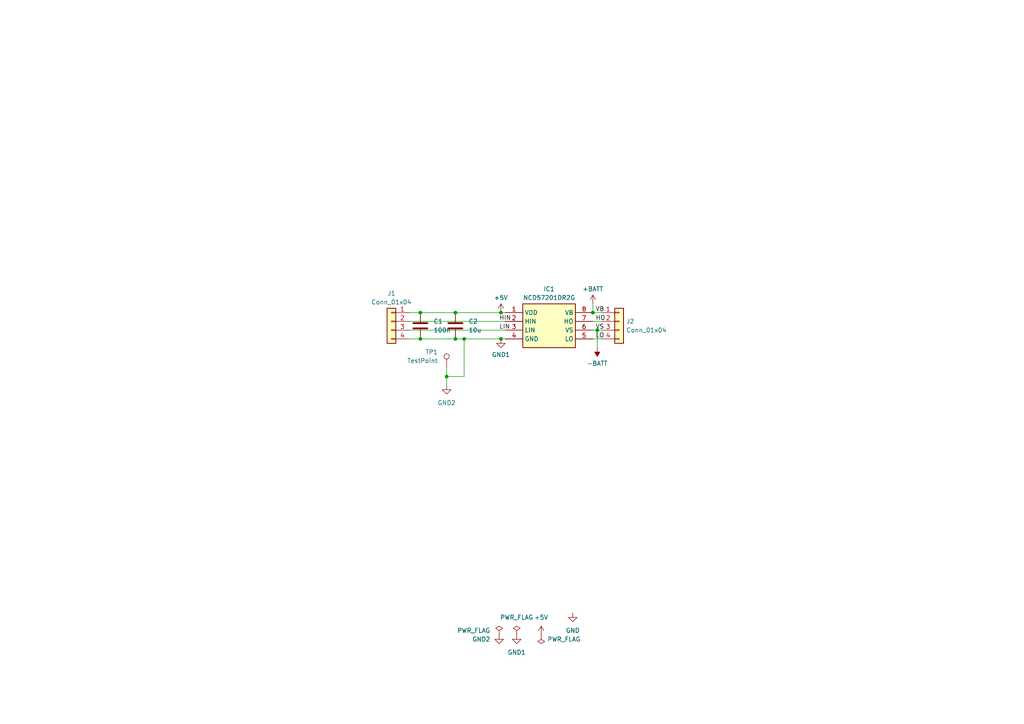
<source format=kicad_sch>
(kicad_sch (version 20230121) (generator eeschema)

  (uuid e5892235-4c62-4711-ba72-aacfa9b7d015)

  (paper "A4")

  (title_block
    (title "NCD57201DR2G Breakout Board")
    (date "2024-02-02")
    (rev "0.1")
    (company "Jan Lindblom")
  )

  (lib_symbols
    (symbol "Connector:TestPoint" (pin_numbers hide) (pin_names (offset 0.762) hide) (in_bom yes) (on_board yes)
      (property "Reference" "TP" (at 0 6.858 0)
        (effects (font (size 1.27 1.27)))
      )
      (property "Value" "TestPoint" (at 0 5.08 0)
        (effects (font (size 1.27 1.27)))
      )
      (property "Footprint" "" (at 5.08 0 0)
        (effects (font (size 1.27 1.27)) hide)
      )
      (property "Datasheet" "~" (at 5.08 0 0)
        (effects (font (size 1.27 1.27)) hide)
      )
      (property "ki_keywords" "test point tp" (at 0 0 0)
        (effects (font (size 1.27 1.27)) hide)
      )
      (property "ki_description" "test point" (at 0 0 0)
        (effects (font (size 1.27 1.27)) hide)
      )
      (property "ki_fp_filters" "Pin* Test*" (at 0 0 0)
        (effects (font (size 1.27 1.27)) hide)
      )
      (symbol "TestPoint_0_1"
        (circle (center 0 3.302) (radius 0.762)
          (stroke (width 0) (type default))
          (fill (type none))
        )
      )
      (symbol "TestPoint_1_1"
        (pin passive line (at 0 0 90) (length 2.54)
          (name "1" (effects (font (size 1.27 1.27))))
          (number "1" (effects (font (size 1.27 1.27))))
        )
      )
    )
    (symbol "Connector_Generic:Conn_01x04" (pin_names (offset 1.016) hide) (in_bom yes) (on_board yes)
      (property "Reference" "J" (at 0 5.08 0)
        (effects (font (size 1.27 1.27)))
      )
      (property "Value" "Conn_01x04" (at 0 -7.62 0)
        (effects (font (size 1.27 1.27)))
      )
      (property "Footprint" "" (at 0 0 0)
        (effects (font (size 1.27 1.27)) hide)
      )
      (property "Datasheet" "~" (at 0 0 0)
        (effects (font (size 1.27 1.27)) hide)
      )
      (property "ki_keywords" "connector" (at 0 0 0)
        (effects (font (size 1.27 1.27)) hide)
      )
      (property "ki_description" "Generic connector, single row, 01x04, script generated (kicad-library-utils/schlib/autogen/connector/)" (at 0 0 0)
        (effects (font (size 1.27 1.27)) hide)
      )
      (property "ki_fp_filters" "Connector*:*_1x??_*" (at 0 0 0)
        (effects (font (size 1.27 1.27)) hide)
      )
      (symbol "Conn_01x04_1_1"
        (rectangle (start -1.27 -4.953) (end 0 -5.207)
          (stroke (width 0.1524) (type default))
          (fill (type none))
        )
        (rectangle (start -1.27 -2.413) (end 0 -2.667)
          (stroke (width 0.1524) (type default))
          (fill (type none))
        )
        (rectangle (start -1.27 0.127) (end 0 -0.127)
          (stroke (width 0.1524) (type default))
          (fill (type none))
        )
        (rectangle (start -1.27 2.667) (end 0 2.413)
          (stroke (width 0.1524) (type default))
          (fill (type none))
        )
        (rectangle (start -1.27 3.81) (end 1.27 -6.35)
          (stroke (width 0.254) (type default))
          (fill (type background))
        )
        (pin passive line (at -5.08 2.54 0) (length 3.81)
          (name "Pin_1" (effects (font (size 1.27 1.27))))
          (number "1" (effects (font (size 1.27 1.27))))
        )
        (pin passive line (at -5.08 0 0) (length 3.81)
          (name "Pin_2" (effects (font (size 1.27 1.27))))
          (number "2" (effects (font (size 1.27 1.27))))
        )
        (pin passive line (at -5.08 -2.54 0) (length 3.81)
          (name "Pin_3" (effects (font (size 1.27 1.27))))
          (number "3" (effects (font (size 1.27 1.27))))
        )
        (pin passive line (at -5.08 -5.08 0) (length 3.81)
          (name "Pin_4" (effects (font (size 1.27 1.27))))
          (number "4" (effects (font (size 1.27 1.27))))
        )
      )
    )
    (symbol "Device:C" (pin_numbers hide) (pin_names (offset 0.254)) (in_bom yes) (on_board yes)
      (property "Reference" "C" (at 0.635 2.54 0)
        (effects (font (size 1.27 1.27)) (justify left))
      )
      (property "Value" "C" (at 0.635 -2.54 0)
        (effects (font (size 1.27 1.27)) (justify left))
      )
      (property "Footprint" "" (at 0.9652 -3.81 0)
        (effects (font (size 1.27 1.27)) hide)
      )
      (property "Datasheet" "~" (at 0 0 0)
        (effects (font (size 1.27 1.27)) hide)
      )
      (property "ki_keywords" "cap capacitor" (at 0 0 0)
        (effects (font (size 1.27 1.27)) hide)
      )
      (property "ki_description" "Unpolarized capacitor" (at 0 0 0)
        (effects (font (size 1.27 1.27)) hide)
      )
      (property "ki_fp_filters" "C_*" (at 0 0 0)
        (effects (font (size 1.27 1.27)) hide)
      )
      (symbol "C_0_1"
        (polyline
          (pts
            (xy -2.032 -0.762)
            (xy 2.032 -0.762)
          )
          (stroke (width 0.508) (type default))
          (fill (type none))
        )
        (polyline
          (pts
            (xy -2.032 0.762)
            (xy 2.032 0.762)
          )
          (stroke (width 0.508) (type default))
          (fill (type none))
        )
      )
      (symbol "C_1_1"
        (pin passive line (at 0 3.81 270) (length 2.794)
          (name "~" (effects (font (size 1.27 1.27))))
          (number "1" (effects (font (size 1.27 1.27))))
        )
        (pin passive line (at 0 -3.81 90) (length 2.794)
          (name "~" (effects (font (size 1.27 1.27))))
          (number "2" (effects (font (size 1.27 1.27))))
        )
      )
    )
    (symbol "antesc:NCD57201DR2G" (in_bom yes) (on_board yes)
      (property "Reference" "IC" (at 21.59 7.62 0)
        (effects (font (size 1.27 1.27)) (justify left top))
      )
      (property "Value" "NCD57201DR2G" (at 21.59 5.08 0)
        (effects (font (size 1.27 1.27)) (justify left top))
      )
      (property "Footprint" "antesc:SOIC127P600X175-8N" (at 21.59 -94.92 0)
        (effects (font (size 1.27 1.27)) (justify left top) hide)
      )
      (property "Datasheet" "https://www.mouser.in/datasheet/2/308/NCD57201_D-2037018.pdf" (at 21.59 -194.92 0)
        (effects (font (size 1.27 1.27)) (justify left top) hide)
      )
      (property "Height" "1.75" (at 21.59 -394.92 0)
        (effects (font (size 1.27 1.27)) (justify left top) hide)
      )
      (property "Manufacturer_Name" "onsemi" (at 21.59 -494.92 0)
        (effects (font (size 1.27 1.27)) (justify left top) hide)
      )
      (property "Manufacturer_Part_Number" "NCD57201DR2G" (at 21.59 -594.92 0)
        (effects (font (size 1.27 1.27)) (justify left top) hide)
      )
      (property "Mouser Part Number" "863-NCD57201DR2G" (at 21.59 -694.92 0)
        (effects (font (size 1.27 1.27)) (justify left top) hide)
      )
      (property "Mouser Price/Stock" "https://www.mouser.co.uk/ProductDetail/onsemi/NCD57201DR2G?qs=HBWAp0VN4RhgsBj1AKP%252BDA%3D%3D" (at 21.59 -794.92 0)
        (effects (font (size 1.27 1.27)) (justify left top) hide)
      )
      (property "Arrow Part Number" "NCD57201DR2G" (at 21.59 -894.92 0)
        (effects (font (size 1.27 1.27)) (justify left top) hide)
      )
      (property "Arrow Price/Stock" "https://www.arrow.com/en/products/ncd57201dr2g/on-semiconductor?region=nac" (at 21.59 -994.92 0)
        (effects (font (size 1.27 1.27)) (justify left top) hide)
      )
      (property "ki_description" "Gate Drivers HIGH VOLTAGE LOW AND ISOLATED HIGH SIDE GATE DRIVER" (at 0 0 0)
        (effects (font (size 1.27 1.27)) hide)
      )
      (symbol "NCD57201DR2G_1_1"
        (rectangle (start 5.08 2.54) (end 20.32 -10.16)
          (stroke (width 0.254) (type default))
          (fill (type background))
        )
        (pin passive line (at 0 0 0) (length 5.08)
          (name "VDD" (effects (font (size 1.27 1.27))))
          (number "1" (effects (font (size 1.27 1.27))))
        )
        (pin passive line (at 0 -2.54 0) (length 5.08)
          (name "HIN" (effects (font (size 1.27 1.27))))
          (number "2" (effects (font (size 1.27 1.27))))
        )
        (pin passive line (at 0 -5.08 0) (length 5.08)
          (name "LIN" (effects (font (size 1.27 1.27))))
          (number "3" (effects (font (size 1.27 1.27))))
        )
        (pin passive line (at 0 -7.62 0) (length 5.08)
          (name "GND" (effects (font (size 1.27 1.27))))
          (number "4" (effects (font (size 1.27 1.27))))
        )
        (pin passive line (at 25.4 -7.62 180) (length 5.08)
          (name "LO" (effects (font (size 1.27 1.27))))
          (number "5" (effects (font (size 1.27 1.27))))
        )
        (pin passive line (at 25.4 -5.08 180) (length 5.08)
          (name "VS" (effects (font (size 1.27 1.27))))
          (number "6" (effects (font (size 1.27 1.27))))
        )
        (pin passive line (at 25.4 -2.54 180) (length 5.08)
          (name "HO" (effects (font (size 1.27 1.27))))
          (number "7" (effects (font (size 1.27 1.27))))
        )
        (pin passive line (at 25.4 0 180) (length 5.08)
          (name "VB" (effects (font (size 1.27 1.27))))
          (number "8" (effects (font (size 1.27 1.27))))
        )
      )
    )
    (symbol "power:+5V" (power) (pin_names (offset 0)) (in_bom yes) (on_board yes)
      (property "Reference" "#PWR" (at 0 -3.81 0)
        (effects (font (size 1.27 1.27)) hide)
      )
      (property "Value" "+5V" (at 0 3.556 0)
        (effects (font (size 1.27 1.27)))
      )
      (property "Footprint" "" (at 0 0 0)
        (effects (font (size 1.27 1.27)) hide)
      )
      (property "Datasheet" "" (at 0 0 0)
        (effects (font (size 1.27 1.27)) hide)
      )
      (property "ki_keywords" "global power" (at 0 0 0)
        (effects (font (size 1.27 1.27)) hide)
      )
      (property "ki_description" "Power symbol creates a global label with name \"+5V\"" (at 0 0 0)
        (effects (font (size 1.27 1.27)) hide)
      )
      (symbol "+5V_0_1"
        (polyline
          (pts
            (xy -0.762 1.27)
            (xy 0 2.54)
          )
          (stroke (width 0) (type default))
          (fill (type none))
        )
        (polyline
          (pts
            (xy 0 0)
            (xy 0 2.54)
          )
          (stroke (width 0) (type default))
          (fill (type none))
        )
        (polyline
          (pts
            (xy 0 2.54)
            (xy 0.762 1.27)
          )
          (stroke (width 0) (type default))
          (fill (type none))
        )
      )
      (symbol "+5V_1_1"
        (pin power_in line (at 0 0 90) (length 0) hide
          (name "+5V" (effects (font (size 1.27 1.27))))
          (number "1" (effects (font (size 1.27 1.27))))
        )
      )
    )
    (symbol "power:+BATT" (power) (pin_names (offset 0)) (in_bom yes) (on_board yes)
      (property "Reference" "#PWR" (at 0 -3.81 0)
        (effects (font (size 1.27 1.27)) hide)
      )
      (property "Value" "+BATT" (at 0 3.556 0)
        (effects (font (size 1.27 1.27)))
      )
      (property "Footprint" "" (at 0 0 0)
        (effects (font (size 1.27 1.27)) hide)
      )
      (property "Datasheet" "" (at 0 0 0)
        (effects (font (size 1.27 1.27)) hide)
      )
      (property "ki_keywords" "global power battery" (at 0 0 0)
        (effects (font (size 1.27 1.27)) hide)
      )
      (property "ki_description" "Power symbol creates a global label with name \"+BATT\"" (at 0 0 0)
        (effects (font (size 1.27 1.27)) hide)
      )
      (symbol "+BATT_0_1"
        (polyline
          (pts
            (xy -0.762 1.27)
            (xy 0 2.54)
          )
          (stroke (width 0) (type default))
          (fill (type none))
        )
        (polyline
          (pts
            (xy 0 0)
            (xy 0 2.54)
          )
          (stroke (width 0) (type default))
          (fill (type none))
        )
        (polyline
          (pts
            (xy 0 2.54)
            (xy 0.762 1.27)
          )
          (stroke (width 0) (type default))
          (fill (type none))
        )
      )
      (symbol "+BATT_1_1"
        (pin power_in line (at 0 0 90) (length 0) hide
          (name "+BATT" (effects (font (size 1.27 1.27))))
          (number "1" (effects (font (size 1.27 1.27))))
        )
      )
    )
    (symbol "power:-BATT" (power) (pin_names (offset 0)) (in_bom yes) (on_board yes)
      (property "Reference" "#PWR" (at 0 -3.81 0)
        (effects (font (size 1.27 1.27)) hide)
      )
      (property "Value" "-BATT" (at 0 3.556 0)
        (effects (font (size 1.27 1.27)))
      )
      (property "Footprint" "" (at 0 0 0)
        (effects (font (size 1.27 1.27)) hide)
      )
      (property "Datasheet" "" (at 0 0 0)
        (effects (font (size 1.27 1.27)) hide)
      )
      (property "ki_keywords" "global power battery" (at 0 0 0)
        (effects (font (size 1.27 1.27)) hide)
      )
      (property "ki_description" "Power symbol creates a global label with name \"-BATT\"" (at 0 0 0)
        (effects (font (size 1.27 1.27)) hide)
      )
      (symbol "-BATT_0_1"
        (polyline
          (pts
            (xy 0 0)
            (xy 0 2.54)
          )
          (stroke (width 0) (type default))
          (fill (type none))
        )
        (polyline
          (pts
            (xy 0.762 1.27)
            (xy -0.762 1.27)
            (xy 0 2.54)
            (xy 0.762 1.27)
          )
          (stroke (width 0) (type default))
          (fill (type outline))
        )
      )
      (symbol "-BATT_1_1"
        (pin power_in line (at 0 0 90) (length 0) hide
          (name "-BATT" (effects (font (size 1.27 1.27))))
          (number "1" (effects (font (size 1.27 1.27))))
        )
      )
    )
    (symbol "power:GND" (power) (pin_names (offset 0)) (in_bom yes) (on_board yes)
      (property "Reference" "#PWR" (at 0 -6.35 0)
        (effects (font (size 1.27 1.27)) hide)
      )
      (property "Value" "GND" (at 0 -3.81 0)
        (effects (font (size 1.27 1.27)))
      )
      (property "Footprint" "" (at 0 0 0)
        (effects (font (size 1.27 1.27)) hide)
      )
      (property "Datasheet" "" (at 0 0 0)
        (effects (font (size 1.27 1.27)) hide)
      )
      (property "ki_keywords" "global power" (at 0 0 0)
        (effects (font (size 1.27 1.27)) hide)
      )
      (property "ki_description" "Power symbol creates a global label with name \"GND\" , ground" (at 0 0 0)
        (effects (font (size 1.27 1.27)) hide)
      )
      (symbol "GND_0_1"
        (polyline
          (pts
            (xy 0 0)
            (xy 0 -1.27)
            (xy 1.27 -1.27)
            (xy 0 -2.54)
            (xy -1.27 -1.27)
            (xy 0 -1.27)
          )
          (stroke (width 0) (type default))
          (fill (type none))
        )
      )
      (symbol "GND_1_1"
        (pin power_in line (at 0 0 270) (length 0) hide
          (name "GND" (effects (font (size 1.27 1.27))))
          (number "1" (effects (font (size 1.27 1.27))))
        )
      )
    )
    (symbol "power:GND1" (power) (pin_names (offset 0)) (in_bom yes) (on_board yes)
      (property "Reference" "#PWR" (at 0 -6.35 0)
        (effects (font (size 1.27 1.27)) hide)
      )
      (property "Value" "GND1" (at 0 -3.81 0)
        (effects (font (size 1.27 1.27)))
      )
      (property "Footprint" "" (at 0 0 0)
        (effects (font (size 1.27 1.27)) hide)
      )
      (property "Datasheet" "" (at 0 0 0)
        (effects (font (size 1.27 1.27)) hide)
      )
      (property "ki_keywords" "global power" (at 0 0 0)
        (effects (font (size 1.27 1.27)) hide)
      )
      (property "ki_description" "Power symbol creates a global label with name \"GND1\" , ground" (at 0 0 0)
        (effects (font (size 1.27 1.27)) hide)
      )
      (symbol "GND1_0_1"
        (polyline
          (pts
            (xy 0 0)
            (xy 0 -1.27)
            (xy 1.27 -1.27)
            (xy 0 -2.54)
            (xy -1.27 -1.27)
            (xy 0 -1.27)
          )
          (stroke (width 0) (type default))
          (fill (type none))
        )
      )
      (symbol "GND1_1_1"
        (pin power_in line (at 0 0 270) (length 0) hide
          (name "GND1" (effects (font (size 1.27 1.27))))
          (number "1" (effects (font (size 1.27 1.27))))
        )
      )
    )
    (symbol "power:GND2" (power) (pin_names (offset 0)) (in_bom yes) (on_board yes)
      (property "Reference" "#PWR" (at 0 -6.35 0)
        (effects (font (size 1.27 1.27)) hide)
      )
      (property "Value" "GND2" (at 0 -3.81 0)
        (effects (font (size 1.27 1.27)))
      )
      (property "Footprint" "" (at 0 0 0)
        (effects (font (size 1.27 1.27)) hide)
      )
      (property "Datasheet" "" (at 0 0 0)
        (effects (font (size 1.27 1.27)) hide)
      )
      (property "ki_keywords" "global power" (at 0 0 0)
        (effects (font (size 1.27 1.27)) hide)
      )
      (property "ki_description" "Power symbol creates a global label with name \"GND2\" , ground" (at 0 0 0)
        (effects (font (size 1.27 1.27)) hide)
      )
      (symbol "GND2_0_1"
        (polyline
          (pts
            (xy 0 0)
            (xy 0 -1.27)
            (xy 1.27 -1.27)
            (xy 0 -2.54)
            (xy -1.27 -1.27)
            (xy 0 -1.27)
          )
          (stroke (width 0) (type default))
          (fill (type none))
        )
      )
      (symbol "GND2_1_1"
        (pin power_in line (at 0 0 270) (length 0) hide
          (name "GND2" (effects (font (size 1.27 1.27))))
          (number "1" (effects (font (size 1.27 1.27))))
        )
      )
    )
    (symbol "power:PWR_FLAG" (power) (pin_numbers hide) (pin_names (offset 0) hide) (in_bom yes) (on_board yes)
      (property "Reference" "#FLG" (at 0 1.905 0)
        (effects (font (size 1.27 1.27)) hide)
      )
      (property "Value" "PWR_FLAG" (at 0 3.81 0)
        (effects (font (size 1.27 1.27)))
      )
      (property "Footprint" "" (at 0 0 0)
        (effects (font (size 1.27 1.27)) hide)
      )
      (property "Datasheet" "~" (at 0 0 0)
        (effects (font (size 1.27 1.27)) hide)
      )
      (property "ki_keywords" "flag power" (at 0 0 0)
        (effects (font (size 1.27 1.27)) hide)
      )
      (property "ki_description" "Special symbol for telling ERC where power comes from" (at 0 0 0)
        (effects (font (size 1.27 1.27)) hide)
      )
      (symbol "PWR_FLAG_0_0"
        (pin power_out line (at 0 0 90) (length 0)
          (name "pwr" (effects (font (size 1.27 1.27))))
          (number "1" (effects (font (size 1.27 1.27))))
        )
      )
      (symbol "PWR_FLAG_0_1"
        (polyline
          (pts
            (xy 0 0)
            (xy 0 1.27)
            (xy -1.016 1.905)
            (xy 0 2.54)
            (xy 1.016 1.905)
            (xy 0 1.27)
          )
          (stroke (width 0) (type default))
          (fill (type none))
        )
      )
    )
  )

  (junction (at 129.54 109.22) (diameter 0) (color 0 0 0 0)
    (uuid 00c7e324-9e60-4861-9c01-bc8b2a534b4f)
  )
  (junction (at 145.288 90.678) (diameter 0) (color 0 0 0 0)
    (uuid 38cbbdd9-14c3-4449-a8f2-97c4163a3926)
  )
  (junction (at 121.92 98.298) (diameter 0) (color 0 0 0 0)
    (uuid 47d722b7-ed61-4778-9514-9e8b9b8cedd8)
  )
  (junction (at 134.62 98.298) (diameter 0) (color 0 0 0 0)
    (uuid 5f469e0d-2b71-4470-b7c5-ceb0f29defcc)
  )
  (junction (at 171.958 90.678) (diameter 0) (color 0 0 0 0)
    (uuid 7b991938-26be-4598-866b-f5bccbab1c54)
  )
  (junction (at 173.228 95.758) (diameter 0) (color 0 0 0 0)
    (uuid 826bb7b7-f337-4199-bc9b-3d9c0d2dfbfd)
  )
  (junction (at 132.08 90.678) (diameter 0) (color 0 0 0 0)
    (uuid 9074ac86-7afb-4f1f-99a9-c1dabc0ff72b)
  )
  (junction (at 121.92 90.678) (diameter 0) (color 0 0 0 0)
    (uuid a5834cdd-cf82-4a83-8602-74fd0916325e)
  )
  (junction (at 145.288 98.298) (diameter 0) (color 0 0 0 0)
    (uuid e35bd291-55bc-4a51-a940-cbc35332598b)
  )
  (junction (at 132.08 98.298) (diameter 0) (color 0 0 0 0)
    (uuid e4765671-03a9-482d-97d2-49e1a27c26ac)
  )

  (wire (pts (xy 145.288 90.678) (xy 146.558 90.678))
    (stroke (width 0) (type default))
    (uuid 0006e55e-343e-4a80-8da4-046949815f97)
  )
  (wire (pts (xy 173.228 95.758) (xy 173.228 100.838))
    (stroke (width 0) (type default))
    (uuid 0236cf02-2101-4466-b768-bb966f0a3821)
  )
  (wire (pts (xy 171.958 95.758) (xy 173.228 95.758))
    (stroke (width 0) (type default))
    (uuid 050616fd-a671-47cf-a7a6-f554a15b2f78)
  )
  (wire (pts (xy 134.62 98.298) (xy 145.288 98.298))
    (stroke (width 0) (type default))
    (uuid 0942384d-54f9-407c-b379-e5fa3a5e1aff)
  )
  (wire (pts (xy 121.92 90.678) (xy 132.08 90.678))
    (stroke (width 0) (type default))
    (uuid 0a027d88-1d8c-49f0-96e7-7b4718e62931)
  )
  (wire (pts (xy 118.618 93.218) (xy 146.558 93.218))
    (stroke (width 0) (type default))
    (uuid 1ac29828-8a9d-4218-b6f1-7d0830593ab6)
  )
  (wire (pts (xy 129.54 106.68) (xy 129.54 109.22))
    (stroke (width 0) (type default))
    (uuid 2c432911-27a8-45c0-bafe-858e842e9e26)
  )
  (wire (pts (xy 118.618 95.758) (xy 146.558 95.758))
    (stroke (width 0) (type default))
    (uuid 2ee16a96-78ad-494a-b266-f7421206ff7d)
  )
  (wire (pts (xy 118.618 90.678) (xy 121.92 90.678))
    (stroke (width 0) (type default))
    (uuid 3e747fc3-40df-44eb-9e11-d113915a6329)
  )
  (wire (pts (xy 134.62 109.22) (xy 134.62 98.298))
    (stroke (width 0) (type default))
    (uuid 46f180fd-c2dc-4c73-98f3-7d67814178b3)
  )
  (wire (pts (xy 129.54 109.22) (xy 134.62 109.22))
    (stroke (width 0) (type default))
    (uuid 75263abb-220d-4ac2-a8fe-23ad21ec92a6)
  )
  (wire (pts (xy 173.228 95.758) (xy 174.498 95.758))
    (stroke (width 0) (type default))
    (uuid 8172c2e5-eaa7-4c09-bd05-6ebe31ac3a36)
  )
  (wire (pts (xy 171.958 93.218) (xy 174.498 93.218))
    (stroke (width 0) (type default))
    (uuid 8e9b8ccd-4267-41c6-a978-d07d1b7ca73a)
  )
  (wire (pts (xy 171.958 88.138) (xy 171.958 90.678))
    (stroke (width 0) (type default))
    (uuid 922afbf4-03c8-421d-a66c-34a22f29d41f)
  )
  (wire (pts (xy 118.618 98.298) (xy 121.92 98.298))
    (stroke (width 0) (type default))
    (uuid 957c5a1f-ca57-48e4-bbba-3c8ee494a58e)
  )
  (wire (pts (xy 171.958 98.298) (xy 174.498 98.298))
    (stroke (width 0) (type default))
    (uuid a22ad40f-5cfb-4622-9df7-8d3fa366449c)
  )
  (wire (pts (xy 171.958 90.678) (xy 174.498 90.678))
    (stroke (width 0) (type default))
    (uuid a34f0ea4-3037-4e34-ab93-cbfeae27236b)
  )
  (wire (pts (xy 132.08 98.298) (xy 134.62 98.298))
    (stroke (width 0) (type default))
    (uuid a82ffd11-8a36-42d7-bc35-4e72837a1158)
  )
  (wire (pts (xy 132.08 90.678) (xy 145.288 90.678))
    (stroke (width 0) (type default))
    (uuid d1a409f0-9e1a-4f97-88be-9c521128d334)
  )
  (wire (pts (xy 145.288 98.298) (xy 146.558 98.298))
    (stroke (width 0) (type default))
    (uuid d8d14690-ecbe-41d5-8cbe-e4a8b35b80c4)
  )
  (wire (pts (xy 121.92 98.298) (xy 132.08 98.298))
    (stroke (width 0) (type default))
    (uuid dfe77443-3f5f-464c-97ee-31776e241621)
  )
  (wire (pts (xy 129.54 109.22) (xy 129.54 111.76))
    (stroke (width 0) (type default))
    (uuid f611fb21-b952-4207-b263-17cb8ef2e4e0)
  )

  (label "LIN" (at 144.78 95.758 0) (fields_autoplaced)
    (effects (font (size 1.27 1.27)) (justify left bottom))
    (uuid 09cc6494-9c7f-4370-90bd-369fb3735ddc)
  )
  (label "HIN" (at 144.78 93.218 0) (fields_autoplaced)
    (effects (font (size 1.27 1.27)) (justify left bottom))
    (uuid 17061c7c-68fc-4023-a92c-9bf925c20db0)
  )
  (label "LO" (at 172.72 98.298 0) (fields_autoplaced)
    (effects (font (size 1.27 1.27)) (justify left bottom))
    (uuid 2deb7a57-d03c-4e02-8e06-073bb9dcabad)
  )
  (label "VS" (at 172.72 95.758 0) (fields_autoplaced)
    (effects (font (size 1.27 1.27)) (justify left bottom))
    (uuid 3bc12dc5-5caf-4acc-a99a-200a8233aa57)
  )
  (label "HO" (at 172.72 93.218 0) (fields_autoplaced)
    (effects (font (size 1.27 1.27)) (justify left bottom))
    (uuid af834e16-1ef3-484c-b47f-770fba56180d)
  )
  (label "VB" (at 172.72 90.678 0) (fields_autoplaced)
    (effects (font (size 1.27 1.27)) (justify left bottom))
    (uuid ba76e76a-8e66-4cdb-a1c8-a226238623fd)
  )

  (symbol (lib_id "power:GND2") (at 129.54 111.76 0) (unit 1)
    (in_bom yes) (on_board yes) (dnp no) (fields_autoplaced)
    (uuid 01ca5067-0d1e-4837-bf0b-e7373a367020)
    (property "Reference" "#PWR09" (at 129.54 118.11 0)
      (effects (font (size 1.27 1.27)) hide)
    )
    (property "Value" "GND2" (at 129.54 116.84 0)
      (effects (font (size 1.27 1.27)))
    )
    (property "Footprint" "" (at 129.54 111.76 0)
      (effects (font (size 1.27 1.27)) hide)
    )
    (property "Datasheet" "" (at 129.54 111.76 0)
      (effects (font (size 1.27 1.27)) hide)
    )
    (pin "1" (uuid daf39086-a005-4045-b9d9-7f85389162fa))
    (instances
      (project "NCD57201DR2G_breakout"
        (path "/e5892235-4c62-4711-ba72-aacfa9b7d015"
          (reference "#PWR09") (unit 1)
        )
      )
    )
  )

  (symbol (lib_id "power:PWR_FLAG") (at 156.972 184.15 180) (unit 1)
    (in_bom yes) (on_board yes) (dnp no) (fields_autoplaced)
    (uuid 1fb53add-40ad-4504-a5db-e6b0aeb3b828)
    (property "Reference" "#FLG02" (at 156.972 186.055 0)
      (effects (font (size 1.27 1.27)) hide)
    )
    (property "Value" "PWR_FLAG" (at 158.75 185.42 0)
      (effects (font (size 1.27 1.27)) (justify right))
    )
    (property "Footprint" "" (at 156.972 184.15 0)
      (effects (font (size 1.27 1.27)) hide)
    )
    (property "Datasheet" "~" (at 156.972 184.15 0)
      (effects (font (size 1.27 1.27)) hide)
    )
    (pin "1" (uuid c1e824a7-d076-49cc-bef2-f5dba6e533b6))
    (instances
      (project "NCD57201DR2G_breakout"
        (path "/e5892235-4c62-4711-ba72-aacfa9b7d015"
          (reference "#FLG02") (unit 1)
        )
      )
    )
  )

  (symbol (lib_id "antesc:NCD57201DR2G") (at 146.558 90.678 0) (unit 1)
    (in_bom yes) (on_board yes) (dnp no) (fields_autoplaced)
    (uuid 37a7e740-d80a-4a2e-9cbe-010c30ce64bf)
    (property "Reference" "IC1" (at 159.258 83.82 0)
      (effects (font (size 1.27 1.27)))
    )
    (property "Value" "NCD57201DR2G" (at 159.258 86.36 0)
      (effects (font (size 1.27 1.27)))
    )
    (property "Footprint" "antesc:SOIC127P600X175-8N" (at 168.148 185.598 0)
      (effects (font (size 1.27 1.27)) (justify left top) hide)
    )
    (property "Datasheet" "https://www.mouser.in/datasheet/2/308/NCD57201_D-2037018.pdf" (at 168.148 285.598 0)
      (effects (font (size 1.27 1.27)) (justify left top) hide)
    )
    (property "Height" "1.75" (at 168.148 485.598 0)
      (effects (font (size 1.27 1.27)) (justify left top) hide)
    )
    (property "Manufacturer_Name" "onsemi" (at 168.148 585.598 0)
      (effects (font (size 1.27 1.27)) (justify left top) hide)
    )
    (property "Manufacturer_Part_Number" "NCD57201DR2G" (at 168.148 685.598 0)
      (effects (font (size 1.27 1.27)) (justify left top) hide)
    )
    (property "Mouser Part Number" "863-NCD57201DR2G" (at 168.148 785.598 0)
      (effects (font (size 1.27 1.27)) (justify left top) hide)
    )
    (property "Mouser Price/Stock" "https://www.mouser.co.uk/ProductDetail/onsemi/NCD57201DR2G?qs=HBWAp0VN4RhgsBj1AKP%252BDA%3D%3D" (at 168.148 885.598 0)
      (effects (font (size 1.27 1.27)) (justify left top) hide)
    )
    (property "Arrow Part Number" "NCD57201DR2G" (at 168.148 985.598 0)
      (effects (font (size 1.27 1.27)) (justify left top) hide)
    )
    (property "Arrow Price/Stock" "https://www.arrow.com/en/products/ncd57201dr2g/on-semiconductor?region=nac" (at 168.148 1085.598 0)
      (effects (font (size 1.27 1.27)) (justify left top) hide)
    )
    (pin "1" (uuid 5e9171f0-e28c-4f77-b4df-e5c05c13c4d2))
    (pin "8" (uuid 64c4d483-ee98-45e1-aa4a-ce1b0a248d06))
    (pin "2" (uuid e42d3e25-3849-4eec-be1f-516be5d7cd5d))
    (pin "3" (uuid 5658f2c2-ffd7-4c3c-949c-931c94042f60))
    (pin "6" (uuid 30335ec9-224c-4d7f-b5dd-ffee7c6e8c4b))
    (pin "7" (uuid 1a2c70d4-f7ee-4500-b8ab-3be7873c445c))
    (pin "5" (uuid cc2913d1-6fa2-47fe-a327-cdb644a6572e))
    (pin "4" (uuid 40336835-820e-4cbc-b744-198e205b9ff7))
    (instances
      (project "NCD57201DR2G_breakout"
        (path "/e5892235-4c62-4711-ba72-aacfa9b7d015"
          (reference "IC1") (unit 1)
        )
      )
    )
  )

  (symbol (lib_id "Device:C") (at 121.92 94.488 0) (unit 1)
    (in_bom yes) (on_board yes) (dnp no) (fields_autoplaced)
    (uuid 37e70515-f854-40c3-8b8c-c753212bfcd9)
    (property "Reference" "C1" (at 125.73 93.218 0)
      (effects (font (size 1.27 1.27)) (justify left))
    )
    (property "Value" "100n" (at 125.73 95.758 0)
      (effects (font (size 1.27 1.27)) (justify left))
    )
    (property "Footprint" "" (at 122.8852 98.298 0)
      (effects (font (size 1.27 1.27)) hide)
    )
    (property "Datasheet" "~" (at 121.92 94.488 0)
      (effects (font (size 1.27 1.27)) hide)
    )
    (pin "2" (uuid 73ef715a-bf4c-4cf7-8fff-0b525fc69e22))
    (pin "1" (uuid 3e4390bc-83c8-46e1-bf09-093bd6ada428))
    (instances
      (project "NCD57201DR2G_breakout"
        (path "/e5892235-4c62-4711-ba72-aacfa9b7d015"
          (reference "C1") (unit 1)
        )
      )
    )
  )

  (symbol (lib_id "power:GND") (at 166.116 177.8 0) (unit 1)
    (in_bom yes) (on_board yes) (dnp no) (fields_autoplaced)
    (uuid 404cbc38-a1c5-49c6-ac9e-c8a48343cdb3)
    (property "Reference" "#PWR04" (at 166.116 184.15 0)
      (effects (font (size 1.27 1.27)) hide)
    )
    (property "Value" "GND" (at 166.116 182.88 0)
      (effects (font (size 1.27 1.27)))
    )
    (property "Footprint" "" (at 166.116 177.8 0)
      (effects (font (size 1.27 1.27)) hide)
    )
    (property "Datasheet" "" (at 166.116 177.8 0)
      (effects (font (size 1.27 1.27)) hide)
    )
    (pin "1" (uuid 0785156e-ea5a-42a7-93c1-a2c88584ebc3))
    (instances
      (project "NCD57201DR2G_breakout"
        (path "/e5892235-4c62-4711-ba72-aacfa9b7d015"
          (reference "#PWR04") (unit 1)
        )
      )
    )
  )

  (symbol (lib_id "power:+5V") (at 145.288 90.678 0) (unit 1)
    (in_bom yes) (on_board yes) (dnp no) (fields_autoplaced)
    (uuid 5fc2c513-9700-4f13-9e2c-a93d2496a163)
    (property "Reference" "#PWR02" (at 145.288 94.488 0)
      (effects (font (size 1.27 1.27)) hide)
    )
    (property "Value" "+5V" (at 145.288 86.36 0)
      (effects (font (size 1.27 1.27)))
    )
    (property "Footprint" "" (at 145.288 90.678 0)
      (effects (font (size 1.27 1.27)) hide)
    )
    (property "Datasheet" "" (at 145.288 90.678 0)
      (effects (font (size 1.27 1.27)) hide)
    )
    (pin "1" (uuid 0ed5b7bd-ec8e-4771-9f53-3a4854520a63))
    (instances
      (project "NCD57201DR2G_breakout"
        (path "/e5892235-4c62-4711-ba72-aacfa9b7d015"
          (reference "#PWR02") (unit 1)
        )
      )
    )
  )

  (symbol (lib_id "Connector_Generic:Conn_01x04") (at 113.538 93.218 0) (mirror y) (unit 1)
    (in_bom yes) (on_board yes) (dnp no) (fields_autoplaced)
    (uuid 640762e8-93a8-4b97-af01-006256d2b39a)
    (property "Reference" "J1" (at 113.538 85.09 0)
      (effects (font (size 1.27 1.27)))
    )
    (property "Value" "Conn_01x04" (at 113.538 87.63 0)
      (effects (font (size 1.27 1.27)))
    )
    (property "Footprint" "Connector_PinHeader_2.54mm:PinHeader_1x04_P2.54mm_Vertical" (at 113.538 93.218 0)
      (effects (font (size 1.27 1.27)) hide)
    )
    (property "Datasheet" "~" (at 113.538 93.218 0)
      (effects (font (size 1.27 1.27)) hide)
    )
    (pin "4" (uuid c475a16c-6935-44c5-a310-273e87a0d375))
    (pin "3" (uuid 20b05a84-d96e-440f-9bb5-89b29b76f56d))
    (pin "2" (uuid ca32074d-16c3-40e0-89a4-7d6339720ce2))
    (pin "1" (uuid 7d7a8a4a-4b33-4247-8a3e-e4eefe9a8181))
    (instances
      (project "NCD57201DR2G_breakout"
        (path "/e5892235-4c62-4711-ba72-aacfa9b7d015"
          (reference "J1") (unit 1)
        )
      )
    )
  )

  (symbol (lib_id "Connector:TestPoint") (at 129.54 106.68 0) (unit 1)
    (in_bom yes) (on_board no) (dnp no) (fields_autoplaced)
    (uuid 66c64575-5fdd-4117-bc3d-b87834b8e8f4)
    (property "Reference" "TP1" (at 127 102.108 0)
      (effects (font (size 1.27 1.27)) (justify right))
    )
    (property "Value" "TestPoint" (at 127 104.648 0)
      (effects (font (size 1.27 1.27)) (justify right))
    )
    (property "Footprint" "TestPoint:TestPoint_Pad_D1.0mm" (at 134.62 106.68 0)
      (effects (font (size 1.27 1.27)) hide)
    )
    (property "Datasheet" "~" (at 134.62 106.68 0)
      (effects (font (size 1.27 1.27)) hide)
    )
    (pin "1" (uuid a9195513-7932-4311-87ec-de26fa32dd6c))
    (instances
      (project "NCD57201DR2G_breakout"
        (path "/e5892235-4c62-4711-ba72-aacfa9b7d015"
          (reference "TP1") (unit 1)
        )
      )
    )
  )

  (symbol (lib_id "power:-BATT") (at 173.228 100.838 180) (unit 1)
    (in_bom yes) (on_board yes) (dnp no) (fields_autoplaced)
    (uuid 7a65e25c-5179-4afd-9c19-bbe34c51f64d)
    (property "Reference" "#PWR06" (at 173.228 97.028 0)
      (effects (font (size 1.27 1.27)) hide)
    )
    (property "Value" "-BATT" (at 173.228 105.41 0)
      (effects (font (size 1.27 1.27)))
    )
    (property "Footprint" "" (at 173.228 100.838 0)
      (effects (font (size 1.27 1.27)) hide)
    )
    (property "Datasheet" "" (at 173.228 100.838 0)
      (effects (font (size 1.27 1.27)) hide)
    )
    (pin "1" (uuid d213e845-4185-460e-ba79-2f6a3e0d37ab))
    (instances
      (project "NCD57201DR2G_breakout"
        (path "/e5892235-4c62-4711-ba72-aacfa9b7d015"
          (reference "#PWR06") (unit 1)
        )
      )
    )
  )

  (symbol (lib_id "Device:C") (at 132.08 94.488 0) (unit 1)
    (in_bom yes) (on_board yes) (dnp no) (fields_autoplaced)
    (uuid 98e42ffc-4e39-41e6-9d3c-dd28b5910147)
    (property "Reference" "C2" (at 135.89 93.218 0)
      (effects (font (size 1.27 1.27)) (justify left))
    )
    (property "Value" "10u" (at 135.89 95.758 0)
      (effects (font (size 1.27 1.27)) (justify left))
    )
    (property "Footprint" "" (at 133.0452 98.298 0)
      (effects (font (size 1.27 1.27)) hide)
    )
    (property "Datasheet" "~" (at 132.08 94.488 0)
      (effects (font (size 1.27 1.27)) hide)
    )
    (pin "2" (uuid aca6cf64-ee2f-47d3-ba63-448754081c72))
    (pin "1" (uuid b02568e6-7775-431f-8805-3bc28776582f))
    (instances
      (project "NCD57201DR2G_breakout"
        (path "/e5892235-4c62-4711-ba72-aacfa9b7d015"
          (reference "C2") (unit 1)
        )
      )
    )
  )

  (symbol (lib_id "power:GND1") (at 149.86 184.15 0) (unit 1)
    (in_bom yes) (on_board yes) (dnp no) (fields_autoplaced)
    (uuid ae0f7f9e-584b-4730-b4c3-362645f84704)
    (property "Reference" "#PWR07" (at 149.86 190.5 0)
      (effects (font (size 1.27 1.27)) hide)
    )
    (property "Value" "GND1" (at 149.86 189.23 0)
      (effects (font (size 1.27 1.27)))
    )
    (property "Footprint" "" (at 149.86 184.15 0)
      (effects (font (size 1.27 1.27)) hide)
    )
    (property "Datasheet" "" (at 149.86 184.15 0)
      (effects (font (size 1.27 1.27)) hide)
    )
    (pin "1" (uuid 2e791303-6aa7-4561-bc95-f5409af55340))
    (instances
      (project "NCD57201DR2G_breakout"
        (path "/e5892235-4c62-4711-ba72-aacfa9b7d015"
          (reference "#PWR07") (unit 1)
        )
      )
    )
  )

  (symbol (lib_id "power:PWR_FLAG") (at 149.86 184.15 0) (unit 1)
    (in_bom yes) (on_board yes) (dnp no) (fields_autoplaced)
    (uuid c78213aa-5961-412d-a35e-1376640bab6b)
    (property "Reference" "#FLG01" (at 149.86 182.245 0)
      (effects (font (size 1.27 1.27)) hide)
    )
    (property "Value" "PWR_FLAG" (at 149.86 179.07 0)
      (effects (font (size 1.27 1.27)))
    )
    (property "Footprint" "" (at 149.86 184.15 0)
      (effects (font (size 1.27 1.27)) hide)
    )
    (property "Datasheet" "~" (at 149.86 184.15 0)
      (effects (font (size 1.27 1.27)) hide)
    )
    (pin "1" (uuid 4c8c64e9-70a3-4e97-8c97-5dd359c153f1))
    (instances
      (project "NCD57201DR2G_breakout"
        (path "/e5892235-4c62-4711-ba72-aacfa9b7d015"
          (reference "#FLG01") (unit 1)
        )
      )
    )
  )

  (symbol (lib_id "power:PWR_FLAG") (at 144.78 184.15 0) (unit 1)
    (in_bom yes) (on_board yes) (dnp no) (fields_autoplaced)
    (uuid c956a96c-0a5b-4a74-84ae-0bd38ca94bb6)
    (property "Reference" "#FLG03" (at 144.78 182.245 0)
      (effects (font (size 1.27 1.27)) hide)
    )
    (property "Value" "PWR_FLAG" (at 142.24 182.88 0)
      (effects (font (size 1.27 1.27)) (justify right))
    )
    (property "Footprint" "" (at 144.78 184.15 0)
      (effects (font (size 1.27 1.27)) hide)
    )
    (property "Datasheet" "~" (at 144.78 184.15 0)
      (effects (font (size 1.27 1.27)) hide)
    )
    (pin "1" (uuid c8cba0fe-27a3-413f-9526-922451b2026d))
    (instances
      (project "NCD57201DR2G_breakout"
        (path "/e5892235-4c62-4711-ba72-aacfa9b7d015"
          (reference "#FLG03") (unit 1)
        )
      )
    )
  )

  (symbol (lib_id "power:GND1") (at 145.288 98.298 0) (unit 1)
    (in_bom yes) (on_board yes) (dnp no) (fields_autoplaced)
    (uuid cd6b1784-30b3-4a5a-95c4-236d0f677b91)
    (property "Reference" "#PWR08" (at 145.288 104.648 0)
      (effects (font (size 1.27 1.27)) hide)
    )
    (property "Value" "GND1" (at 145.288 102.87 0)
      (effects (font (size 1.27 1.27)))
    )
    (property "Footprint" "" (at 145.288 98.298 0)
      (effects (font (size 1.27 1.27)) hide)
    )
    (property "Datasheet" "" (at 145.288 98.298 0)
      (effects (font (size 1.27 1.27)) hide)
    )
    (pin "1" (uuid 0c978733-66c7-4e1a-aed3-d0f4a2b8d047))
    (instances
      (project "NCD57201DR2G_breakout"
        (path "/e5892235-4c62-4711-ba72-aacfa9b7d015"
          (reference "#PWR08") (unit 1)
        )
      )
    )
  )

  (symbol (lib_id "power:GND2") (at 144.78 184.15 0) (unit 1)
    (in_bom yes) (on_board yes) (dnp no) (fields_autoplaced)
    (uuid d14984e4-c905-4ef8-9f63-17ee518b947c)
    (property "Reference" "#PWR01" (at 144.78 190.5 0)
      (effects (font (size 1.27 1.27)) hide)
    )
    (property "Value" "GND2" (at 142.24 185.42 0)
      (effects (font (size 1.27 1.27)) (justify right))
    )
    (property "Footprint" "" (at 144.78 184.15 0)
      (effects (font (size 1.27 1.27)) hide)
    )
    (property "Datasheet" "" (at 144.78 184.15 0)
      (effects (font (size 1.27 1.27)) hide)
    )
    (pin "1" (uuid 4c8ca532-01c8-464b-a0f9-e779bba11eb4))
    (instances
      (project "NCD57201DR2G_breakout"
        (path "/e5892235-4c62-4711-ba72-aacfa9b7d015"
          (reference "#PWR01") (unit 1)
        )
      )
    )
  )

  (symbol (lib_id "Connector_Generic:Conn_01x04") (at 179.578 93.218 0) (unit 1)
    (in_bom yes) (on_board yes) (dnp no) (fields_autoplaced)
    (uuid da214e6e-2c85-4dc7-9538-63088f05638e)
    (property "Reference" "J2" (at 181.61 93.218 0)
      (effects (font (size 1.27 1.27)) (justify left))
    )
    (property "Value" "Conn_01x04" (at 181.61 95.758 0)
      (effects (font (size 1.27 1.27)) (justify left))
    )
    (property "Footprint" "Connector_PinHeader_2.54mm:PinHeader_1x04_P2.54mm_Vertical" (at 179.578 93.218 0)
      (effects (font (size 1.27 1.27)) hide)
    )
    (property "Datasheet" "~" (at 179.578 93.218 0)
      (effects (font (size 1.27 1.27)) hide)
    )
    (pin "4" (uuid ce8225fe-d163-4113-8105-4cce79253518))
    (pin "3" (uuid 8de8d785-5da7-4cbc-a863-c60adc43145e))
    (pin "2" (uuid 4d611eab-2f2c-4b0e-92e0-1a9a8fd52d5b))
    (pin "1" (uuid 06c25deb-4804-4138-b1ba-61e7a331a43d))
    (instances
      (project "NCD57201DR2G_breakout"
        (path "/e5892235-4c62-4711-ba72-aacfa9b7d015"
          (reference "J2") (unit 1)
        )
      )
    )
  )

  (symbol (lib_id "power:+BATT") (at 171.958 88.138 0) (unit 1)
    (in_bom yes) (on_board yes) (dnp no) (fields_autoplaced)
    (uuid efa81852-df38-485a-8637-6b6af2d4ed2a)
    (property "Reference" "#PWR05" (at 171.958 91.948 0)
      (effects (font (size 1.27 1.27)) hide)
    )
    (property "Value" "+BATT" (at 171.958 83.82 0)
      (effects (font (size 1.27 1.27)))
    )
    (property "Footprint" "" (at 171.958 88.138 0)
      (effects (font (size 1.27 1.27)) hide)
    )
    (property "Datasheet" "" (at 171.958 88.138 0)
      (effects (font (size 1.27 1.27)) hide)
    )
    (pin "1" (uuid bf00c5e5-16d8-4edb-b810-d2eb2c8e6050))
    (instances
      (project "NCD57201DR2G_breakout"
        (path "/e5892235-4c62-4711-ba72-aacfa9b7d015"
          (reference "#PWR05") (unit 1)
        )
      )
    )
  )

  (symbol (lib_id "power:+5V") (at 156.972 184.15 0) (unit 1)
    (in_bom yes) (on_board yes) (dnp no) (fields_autoplaced)
    (uuid fd4329a4-9881-46e3-8f2e-e9c3e2a84285)
    (property "Reference" "#PWR03" (at 156.972 187.96 0)
      (effects (font (size 1.27 1.27)) hide)
    )
    (property "Value" "+5V" (at 156.972 179.07 0)
      (effects (font (size 1.27 1.27)))
    )
    (property "Footprint" "" (at 156.972 184.15 0)
      (effects (font (size 1.27 1.27)) hide)
    )
    (property "Datasheet" "" (at 156.972 184.15 0)
      (effects (font (size 1.27 1.27)) hide)
    )
    (pin "1" (uuid 298caffe-b330-44ec-9f96-3c71235a9fa3))
    (instances
      (project "NCD57201DR2G_breakout"
        (path "/e5892235-4c62-4711-ba72-aacfa9b7d015"
          (reference "#PWR03") (unit 1)
        )
      )
    )
  )

  (sheet_instances
    (path "/" (page "1"))
  )
)

</source>
